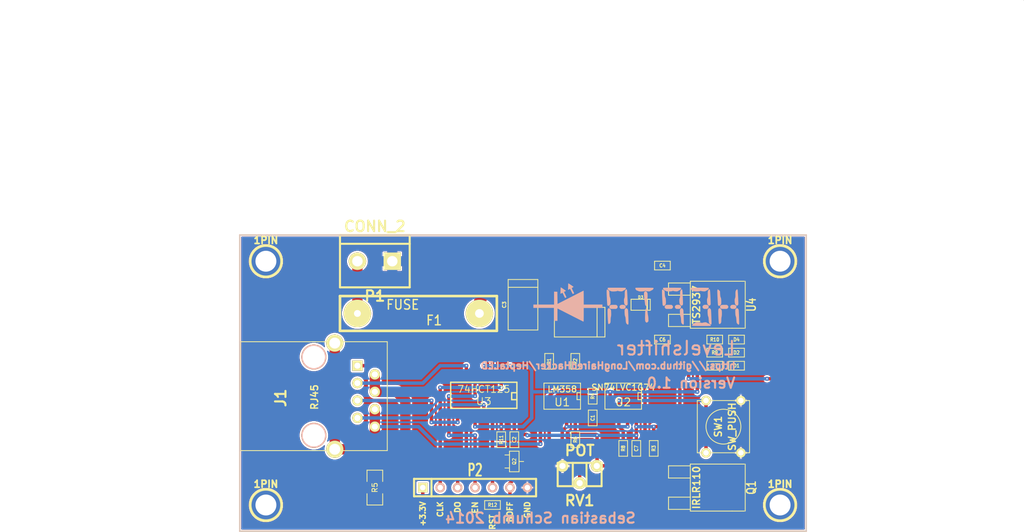
<source format=kicad_pcb>
(kicad_pcb (version 3) (host pcbnew "(2013-may-18)-stable")
  (layers (15 F.Cu signal) (0 B.Cu signal) (18 B.Paste user) (19 F.Paste user) (20 B.SilkS user) (21 F.SilkS user) (22 B.Mask user) (23 F.Mask user) (28 Edge.Cuts user))
  (net 0 "")
  (net 1 +24V)
  (net 2 +3.3V)
  (net 3 +5V)
  (net 4 3.3_Clock)
  (net 5 3.3_Data_Out)
  (net 6 3.3_Enable)
  (net 7 3.3_Reset)
  (net 8 BusOff)
  (net 9 Clock)
  (net 10 Data_Out)
  (net 11 Enable)
  (net 12 GND)
  (net 13 N-0000010)
  (net 14 N-0000011)
  (net 15 N-0000012)
  (net 16 N-0000013)
  (net 17 N-0000016)
  (net 18 N-0000018)
  (net 19 N-0000020)
  (net 20 N-0000022)
  (net 21 N-0000023)
  (net 22 N-0000024)
  (net 23 N-0000027)
  (net 24 N-0000028)
  (net 25 PowerOn)
  (net 26 Reset)
  (net 27 Sense)
  (net 28 Shutdown)
  (module trimmer_piher_pt6xh (layer F.Cu) (at 168.275 79.375)
    (fp_text reference RV1 (at 0 3.79984) (layer F.SilkS) (effects (font (size 1.524 1.524) (thickness 0.3048))))
    (fp_text value POT (at 0 -3.50012) (layer F.SilkS) (effects (font (size 1.524 1.524) (thickness 0.3048))))
    (pad 1 thru_hole circle (at 2.49936 -1.24968) (size 1.75006 1.75006) (drill 0.89916) (layers *.Cu *.Mask F.SilkS) (net 3 +5V))
    (pad 2 thru_hole circle (at 0 1.24968) (size 1.75006 1.75006) (drill 0.89916) (layers *.Cu *.Mask F.SilkS) (net 15 N-0000012))
    (pad 3 thru_hole circle (at -2.49936 -1.24968) (size 1.75006 1.75006) (drill 0.89916) (layers *.Cu *.Mask F.SilkS) (net 12 GND))
  )
  (module SW_PUSH_SMALL (layer F.Cu) (at 189.23 72.39 90)
    (fp_text reference SW1 (at 0 -0.762 90) (layer F.SilkS) (effects (font (size 1.016 1.016) (thickness 0.2032))))
    (fp_text value SW_PUSH (at 0 1.27 90) (layer F.SilkS) (effects (font (size 1.016 1.016) (thickness 0.2032))))
    (pad 1 thru_hole circle (at 3.81 -2.54 90) (size 1.397 1.397) (drill 0.8128) (layers *.Cu *.Mask F.SilkS) (net 22 N-0000024))
    (pad 2 thru_hole circle (at 3.81 2.54 90) (size 1.397 1.397) (drill 0.8128) (layers *.Cu *.Mask F.SilkS) (net 12 GND))
    (pad 1 thru_hole circle (at -3.81 -2.54 90) (size 1.397 1.397) (drill 0.8128) (layers *.Cu *.Mask F.SilkS) (net 22 N-0000024))
    (pad 2 thru_hole circle (at -3.81 2.54 90) (size 1.397 1.397) (drill 0.8128) (layers *.Cu *.Mask F.SilkS) (net 12 GND))
  )
  (module sot23 (layer F.Cu) (at 158.75 77.47 270)
    (fp_text reference Q2 (at 0 0 270) (layer F.SilkS) (effects (font (size 0.50038 0.50038) (thickness 0.09906))))
    (fp_text value NDS355 hide)
    (pad 1 smd rect (at -0.9525 1.05664 270) (size 0.59944 1.00076) (layers F.Cu F.Paste F.Mask) (net 18 N-0000018))
    (pad 2 smd rect (at 0 -1.05664 270) (size 0.59944 1.00076) (layers F.Cu F.Paste F.Mask) (net 17 N-0000016))
    (pad 3 smd rect (at 0.9525 1.05664 270) (size 0.59944 1.00076) (layers F.Cu F.Paste F.Mask) (net 12 GND))
  )
  (module sod123 (layer F.Cu) (at 177.165 54.61)
    (fp_text reference D3 (at 0 -1.09982) (layer F.SilkS) (effects (font (size 0.39878 0.39878) (thickness 0.09906))))
    (fp_text value BAT42W hide)
    (pad 2 smd rect (at 1.67386 0) (size 0.8509 0.8509) (layers F.Cu F.Paste F.Mask) (net 1 +24V))
    (pad 1 smd rect (at -1.67386 0) (size 0.8509 0.8509) (layers F.Cu F.Paste F.Mask) (net 3 +5V))
  )
  (module SO8E (layer F.Cu) (at 174.625 67.945 180)
    (fp_text reference U2 (at 0 -0.889 180) (layer F.SilkS) (effects (font (size 1.143 1.143) (thickness 0.1524))))
    (fp_text value SN74LVC1G74 (at 0 1.27 180) (layer F.SilkS) (effects (font (size 0.889 0.889) (thickness 0.1524))))
    (pad 8 smd rect (at -1.905 -2.667 180) (size 0.59944 1.39954) (layers F.Cu F.Paste F.Mask) (net 3 +5V))
    (pad 1 smd rect (at -1.905 2.667 180) (size 0.59944 1.39954) (layers F.Cu F.Paste F.Mask) (net 12 GND))
    (pad 7 smd rect (at -0.635 -2.667 180) (size 0.59944 1.39954) (layers F.Cu F.Paste F.Mask) (net 28 Shutdown))
    (pad 6 smd rect (at 0.635 -2.667 180) (size 0.59944 1.39954) (layers F.Cu F.Paste F.Mask) (net 22 N-0000024))
    (pad 5 smd rect (at 1.905 -2.667 180) (size 0.59944 1.39954) (layers F.Cu F.Paste F.Mask) (net 8 BusOff))
    (pad 2 smd rect (at -0.635 2.667 180) (size 0.59944 1.39954) (layers F.Cu F.Paste F.Mask) (net 12 GND))
    (pad 3 smd rect (at 0.635 2.667 180) (size 0.59944 1.39954) (layers F.Cu F.Paste F.Mask) (net 25 PowerOn))
    (pad 4 smd rect (at 1.905 2.667 180) (size 0.59944 1.39954) (layers F.Cu F.Paste F.Mask) (net 12 GND))
  )
  (module SO8E (layer F.Cu) (at 165.735 67.945 180)
    (fp_text reference U1 (at 0 -0.889 180) (layer F.SilkS) (effects (font (size 1.143 1.143) (thickness 0.1524))))
    (fp_text value LM358 (at 0 1.016 180) (layer F.SilkS) (effects (font (size 0.889 0.889) (thickness 0.1524))))
    (pad 8 smd rect (at -1.905 -2.667 180) (size 0.59944 1.39954) (layers F.Cu F.Paste F.Mask) (net 3 +5V))
    (pad 1 smd rect (at -1.905 2.667 180) (size 0.59944 1.39954) (layers F.Cu F.Paste F.Mask) (net 21 N-0000023))
    (pad 7 smd rect (at -0.635 -2.667 180) (size 0.59944 1.39954) (layers F.Cu F.Paste F.Mask) (net 28 Shutdown))
    (pad 6 smd rect (at 0.635 -2.667 180) (size 0.59944 1.39954) (layers F.Cu F.Paste F.Mask) (net 20 N-0000022))
    (pad 5 smd rect (at 1.905 -2.667 180) (size 0.59944 1.39954) (layers F.Cu F.Paste F.Mask) (net 15 N-0000012))
    (pad 2 smd rect (at -0.635 2.667 180) (size 0.59944 1.39954) (layers F.Cu F.Paste F.Mask) (net 16 N-0000013))
    (pad 3 smd rect (at 0.635 2.667 180) (size 0.59944 1.39954) (layers F.Cu F.Paste F.Mask) (net 27 Sense))
    (pad 4 smd rect (at 1.905 2.667 180) (size 0.59944 1.39954) (layers F.Cu F.Paste F.Mask) (net 12 GND))
  )
  (module SM1206 (layer F.Cu) (at 138.43 81.28 270)
    (fp_text reference R5 (at 0 0 270) (layer F.SilkS) (effects (font (size 0.762 0.762) (thickness 0.127))))
    (fp_text value 0.05 hide)
    (pad 1 smd rect (at -1.651 0 270) (size 1.524 2.032) (layers F.Cu F.Paste F.Mask) (net 27 Sense))
    (pad 2 smd rect (at 1.651 0 270) (size 1.524 2.032) (layers F.Cu F.Paste F.Mask) (net 12 GND))
  )
  (module SM0603 (layer F.Cu) (at 191.135 63.5)
    (fp_text reference D1 (at 0 0) (layer F.SilkS) (effects (font (size 0.508 0.4572) (thickness 0.1143))))
    (fp_text value LED hide)
    (pad 1 smd rect (at -0.762 0) (size 0.635 1.143) (layers F.Cu F.Paste F.Mask) (net 19 N-0000020))
    (pad 2 smd rect (at 0.762 0) (size 0.635 1.143) (layers F.Cu F.Paste F.Mask) (net 12 GND))
  )
  (module SM0603 (layer F.Cu) (at 174.625 75.565 270)
    (fp_text reference R8 (at 0 0 270) (layer F.SilkS) (effects (font (size 0.508 0.4572) (thickness 0.1143))))
    (fp_text value 1k hide)
    (pad 1 smd rect (at -0.762 0 270) (size 0.635 1.143) (layers F.Cu F.Paste F.Mask) (net 22 N-0000024))
    (pad 2 smd rect (at 0.762 0 270) (size 0.635 1.143) (layers F.Cu F.Paste F.Mask) (net 3 +5V))
  )
  (module SM0603 (layer F.Cu) (at 167.64 74.295 270)
    (fp_text reference R6 (at 0 0 270) (layer F.SilkS) (effects (font (size 0.508 0.4572) (thickness 0.1143))))
    (fp_text value 1k hide)
    (pad 1 smd rect (at -0.762 0 270) (size 0.635 1.143) (layers F.Cu F.Paste F.Mask) (net 3 +5V))
    (pad 2 smd rect (at 0.762 0 270) (size 0.635 1.143) (layers F.Cu F.Paste F.Mask) (net 28 Shutdown))
  )
  (module SM0603 (layer F.Cu) (at 179.07 75.565 270)
    (fp_text reference R3 (at 0 0 270) (layer F.SilkS) (effects (font (size 0.508 0.4572) (thickness 0.1143))))
    (fp_text value 1k hide)
    (pad 1 smd rect (at -0.762 0 270) (size 0.635 1.143) (layers F.Cu F.Paste F.Mask) (net 3 +5V))
    (pad 2 smd rect (at 0.762 0 270) (size 0.635 1.143) (layers F.Cu F.Paste F.Mask) (net 25 PowerOn))
  )
  (module SM0603 (layer F.Cu) (at 187.96 63.5)
    (fp_text reference R7 (at 0 0) (layer F.SilkS) (effects (font (size 0.508 0.4572) (thickness 0.1143))))
    (fp_text value 1k hide)
    (pad 1 smd rect (at -0.762 0) (size 0.635 1.143) (layers F.Cu F.Paste F.Mask) (net 8 BusOff))
    (pad 2 smd rect (at 0.762 0) (size 0.635 1.143) (layers F.Cu F.Paste F.Mask) (net 19 N-0000020))
  )
  (module SM0603 (layer F.Cu) (at 167.64 62.865 270)
    (fp_text reference R2 (at 0 0 270) (layer F.SilkS) (effects (font (size 0.508 0.4572) (thickness 0.1143))))
    (fp_text value 90k hide)
    (pad 1 smd rect (at -0.762 0 270) (size 0.635 1.143) (layers F.Cu F.Paste F.Mask) (net 16 N-0000013))
    (pad 2 smd rect (at 0.762 0 270) (size 0.635 1.143) (layers F.Cu F.Paste F.Mask) (net 21 N-0000023))
  )
  (module SM0603 (layer F.Cu) (at 158.75 74.295 270)
    (fp_text reference C2 (at 0 0 270) (layer F.SilkS) (effects (font (size 0.508 0.4572) (thickness 0.1143))))
    (fp_text value 100nf hide)
    (pad 1 smd rect (at -0.762 0 270) (size 0.635 1.143) (layers F.Cu F.Paste F.Mask) (net 3 +5V))
    (pad 2 smd rect (at 0.762 0 270) (size 0.635 1.143) (layers F.Cu F.Paste F.Mask) (net 12 GND))
  )
  (module SM0603 (layer F.Cu) (at 170.18 67.945 270)
    (fp_text reference R4 (at 0 0 270) (layer F.SilkS) (effects (font (size 0.508 0.4572) (thickness 0.1143))))
    (fp_text value 100k hide)
    (pad 1 smd rect (at -0.762 0 270) (size 0.635 1.143) (layers F.Cu F.Paste F.Mask) (net 21 N-0000023))
    (pad 2 smd rect (at 0.762 0 270) (size 0.635 1.143) (layers F.Cu F.Paste F.Mask) (net 20 N-0000022))
  )
  (module SM0603 (layer F.Cu) (at 170.18 71.12 270)
    (fp_text reference C1 (at 0 0 270) (layer F.SilkS) (effects (font (size 0.508 0.4572) (thickness 0.1143))))
    (fp_text value 100n hide)
    (pad 1 smd rect (at -0.762 0 270) (size 0.635 1.143) (layers F.Cu F.Paste F.Mask) (net 20 N-0000022))
    (pad 2 smd rect (at 0.762 0 270) (size 0.635 1.143) (layers F.Cu F.Paste F.Mask) (net 12 GND))
  )
  (module SM0603 (layer F.Cu) (at 176.53 75.565 270)
    (fp_text reference C7 (at 0 0 270) (layer F.SilkS) (effects (font (size 0.508 0.4572) (thickness 0.1143))))
    (fp_text value 100nf hide)
    (pad 1 smd rect (at -0.762 0 270) (size 0.635 1.143) (layers F.Cu F.Paste F.Mask) (net 3 +5V))
    (pad 2 smd rect (at 0.762 0 270) (size 0.635 1.143) (layers F.Cu F.Paste F.Mask) (net 12 GND))
  )
  (module SM0603 (layer F.Cu) (at 155.575 83.82)
    (fp_text reference R12 (at 0 0) (layer F.SilkS) (effects (font (size 0.508 0.4572) (thickness 0.1143))))
    (fp_text value 1k hide)
    (pad 1 smd rect (at -0.762 0) (size 0.635 1.143) (layers F.Cu F.Paste F.Mask) (net 2 +3.3V))
    (pad 2 smd rect (at 0.762 0) (size 0.635 1.143) (layers F.Cu F.Paste F.Mask) (net 17 N-0000016))
  )
  (module SM0603 (layer F.Cu) (at 156.845 74.295 270)
    (fp_text reference R11 (at 0 0 270) (layer F.SilkS) (effects (font (size 0.508 0.4572) (thickness 0.1143))))
    (fp_text value 1k hide)
    (pad 1 smd rect (at -0.762 0 270) (size 0.635 1.143) (layers F.Cu F.Paste F.Mask) (net 8 BusOff))
    (pad 2 smd rect (at 0.762 0 270) (size 0.635 1.143) (layers F.Cu F.Paste F.Mask) (net 18 N-0000018))
  )
  (module SM0603 (layer F.Cu) (at 180.34 48.895 180)
    (fp_text reference C4 (at 0 0 180) (layer F.SilkS) (effects (font (size 0.508 0.4572) (thickness 0.1143))))
    (fp_text value 100nF hide)
    (pad 1 smd rect (at -0.762 0 180) (size 0.635 1.143) (layers F.Cu F.Paste F.Mask) (net 1 +24V))
    (pad 2 smd rect (at 0.762 0 180) (size 0.635 1.143) (layers F.Cu F.Paste F.Mask) (net 12 GND))
  )
  (module SM0603 (layer F.Cu) (at 163.83 62.865 270)
    (fp_text reference R1 (at 0 0 270) (layer F.SilkS) (effects (font (size 0.508 0.4572) (thickness 0.1143))))
    (fp_text value 10k hide)
    (pad 1 smd rect (at -0.762 0 270) (size 0.635 1.143) (layers F.Cu F.Paste F.Mask) (net 16 N-0000013))
    (pad 2 smd rect (at 0.762 0 270) (size 0.635 1.143) (layers F.Cu F.Paste F.Mask) (net 12 GND))
  )
  (module SM0603 (layer F.Cu) (at 191.135 61.595)
    (fp_text reference D2 (at 0 0) (layer F.SilkS) (effects (font (size 0.508 0.4572) (thickness 0.1143))))
    (fp_text value LED hide)
    (pad 1 smd rect (at -0.762 0) (size 0.635 1.143) (layers F.Cu F.Paste F.Mask) (net 24 N-0000028))
    (pad 2 smd rect (at 0.762 0) (size 0.635 1.143) (layers F.Cu F.Paste F.Mask) (net 12 GND))
  )
  (module SM0603 (layer F.Cu) (at 187.96 61.595)
    (fp_text reference R9 (at 0 0) (layer F.SilkS) (effects (font (size 0.508 0.4572) (thickness 0.1143))))
    (fp_text value 1k hide)
    (pad 1 smd rect (at -0.762 0) (size 0.635 1.143) (layers F.Cu F.Paste F.Mask) (net 1 +24V))
    (pad 2 smd rect (at 0.762 0) (size 0.635 1.143) (layers F.Cu F.Paste F.Mask) (net 24 N-0000028))
  )
  (module SM0603 (layer F.Cu) (at 191.135 59.69)
    (fp_text reference D4 (at 0 0) (layer F.SilkS) (effects (font (size 0.508 0.4572) (thickness 0.1143))))
    (fp_text value LED hide)
    (pad 1 smd rect (at -0.762 0) (size 0.635 1.143) (layers F.Cu F.Paste F.Mask) (net 14 N-0000011))
    (pad 2 smd rect (at 0.762 0) (size 0.635 1.143) (layers F.Cu F.Paste F.Mask) (net 12 GND))
  )
  (module SM0603 (layer F.Cu) (at 187.96 59.69)
    (fp_text reference R10 (at 0 0) (layer F.SilkS) (effects (font (size 0.508 0.4572) (thickness 0.1143))))
    (fp_text value 1k hide)
    (pad 1 smd rect (at -0.762 0) (size 0.635 1.143) (layers F.Cu F.Paste F.Mask) (net 3 +5V))
    (pad 2 smd rect (at 0.762 0) (size 0.635 1.143) (layers F.Cu F.Paste F.Mask) (net 14 N-0000011))
  )
  (module SM0603 (layer F.Cu) (at 180.34 59.69 180)
    (fp_text reference C6 (at 0 0 180) (layer F.SilkS) (effects (font (size 0.508 0.4572) (thickness 0.1143))))
    (fp_text value 100nF hide)
    (pad 1 smd rect (at -0.762 0 180) (size 0.635 1.143) (layers F.Cu F.Paste F.Mask) (net 3 +5V))
    (pad 2 smd rect (at 0.762 0 180) (size 0.635 1.143) (layers F.Cu F.Paste F.Mask) (net 12 GND))
  )
  (module RJ45_MEBP_8-8G (layer F.Cu) (at 129.54 67.945 270)
    (fp_text reference J1 (at 0.254 4.826 270) (layer F.SilkS) (effects (font (size 1.524 1.524) (thickness 0.3048))))
    (fp_text value RJ45 (at 0.14224 -0.1016 270) (layer F.SilkS) (effects (font (size 1.00076 1.00076) (thickness 0.2032))))
    (pad "" np_thru_hole circle (at 5.715 0 270) (size 3.64998 3.64998) (drill 3.2512) (layers *.Cu *.SilkS *.Mask))
    (pad "" np_thru_hole circle (at -5.715 0 270) (size 3.64998 3.64998) (drill 3.2512) (layers *.Cu *.SilkS *.Mask))
    (pad 1 thru_hole rect (at -4.445 -6.35 270) (size 1.50114 1.50114) (drill 0.89916) (layers *.Cu *.Mask F.SilkS) (net 9 Clock))
    (pad 2 thru_hole circle (at -3.175 -8.89 270) (size 1.50114 1.50114) (drill 0.89916) (layers *.Cu *.Mask F.SilkS) (net 23 N-0000027))
    (pad 3 thru_hole circle (at -1.905 -6.35 270) (size 1.50114 1.50114) (drill 0.89916) (layers *.Cu *.Mask F.SilkS) (net 11 Enable))
    (pad 4 thru_hole circle (at -0.635 -8.89 270) (size 1.50114 1.50114) (drill 0.89916) (layers *.Cu *.Mask F.SilkS) (net 23 N-0000027))
    (pad 5 thru_hole circle (at 0.635 -6.35 270) (size 1.50114 1.50114) (drill 0.89916) (layers *.Cu *.Mask F.SilkS) (net 10 Data_Out))
    (pad 6 thru_hole circle (at 1.905 -8.89 270) (size 1.50114 1.50114) (drill 0.89916) (layers *.Cu *.Mask F.SilkS) (net 27 Sense))
    (pad 7 thru_hole circle (at 3.175 -6.35 270) (size 1.50114 1.50114) (drill 0.89916) (layers *.Cu *.Mask F.SilkS) (net 26 Reset))
    (pad 8 thru_hole circle (at 4.445 -8.89 270) (size 1.50114 1.50114) (drill 0.89916) (layers *.Cu *.Mask F.SilkS) (net 27 Sense))
    (pad 9 thru_hole circle (at -7.745 -3.05 270) (size 2.5 2.5) (drill 1.6) (layers *.Cu *.Mask F.SilkS) (net 27 Sense))
    (pad 10 thru_hole circle (at 7.747 -3.05 270) (size 2.5 2.5) (drill 1.6) (layers *.Cu *.Mask F.SilkS) (net 27 Sense))
  )
  (module fuse1 (layer F.Cu) (at 144.78 55.88)
    (fp_text reference F1 (at 2.286 1.016) (layer F.SilkS) (effects (font (size 1.397 1.27) (thickness 0.2032))))
    (fp_text value FUSE (at -2.286 -1.27) (layer F.SilkS) (effects (font (size 1.397 1.27) (thickness 0.2032))))
    (pad 1 thru_hole circle (at -8.89 0) (size 4.0005 4.0005) (drill 1.00076) (layers *.Cu *.Mask F.SilkS) (net 13 N-0000010))
    (pad 2 thru_hole circle (at 8.89 0) (size 4.0005 4.0005) (drill 1.27) (layers *.Cu *.Mask F.SilkS) (net 1 +24V))
  )
  (module DPAK2 (layer F.Cu) (at 182.88 54.61 270)
    (fp_text reference U4 (at 0 -10.414 270) (layer F.SilkS) (effects (font (size 1.27 1.016) (thickness 0.2032))))
    (fp_text value TS2937 (at 0 -2.413 270) (layer F.SilkS) (effects (font (size 1.016 1.016) (thickness 0.2032))))
    (pad 1 smd rect (at -2.286 0 270) (size 1.651 3.048) (layers F.Cu F.Paste F.Mask) (net 1 +24V))
    (pad 2 smd rect (at 0 -6.35 270) (size 6.096 6.096) (layers F.Cu F.Paste F.Mask) (net 12 GND))
    (pad 3 smd rect (at 2.286 0 270) (size 1.651 3.048) (layers F.Cu F.Paste F.Mask) (net 3 +5V))
  )
  (module c_tant_D (layer F.Cu) (at 168.275 57.15)
    (fp_text reference C5 (at 0 -2.7305) (layer F.SilkS) (effects (font (size 0.50038 0.50038) (thickness 0.11938))))
    (fp_text value 10uF hide)
    (pad 1 smd rect (at 2.99974 0) (size 2.55016 2.70002) (layers F.Cu F.Paste F.Mask) (net 3 +5V))
    (pad 2 smd rect (at -2.99974 0) (size 2.55016 3.79984) (layers F.Cu F.Paste F.Mask) (net 12 GND))
  )
  (module c_tant_D (layer F.Cu) (at 160.02 54.61 90)
    (fp_text reference C3 (at 0 -2.7305 90) (layer F.SilkS) (effects (font (size 0.50038 0.50038) (thickness 0.11938))))
    (fp_text value 10uF hide)
    (pad 1 smd rect (at 2.99974 0 90) (size 2.55016 2.70002) (layers F.Cu F.Paste F.Mask) (net 1 +24V))
    (pad 2 smd rect (at -2.99974 0 90) (size 2.55016 3.79984) (layers F.Cu F.Paste F.Mask) (net 12 GND))
  )
  (module bornier2 (layer F.Cu) (at 138.43 48.26 180)
    (fp_text reference P1 (at 0 -5.08 180) (layer F.SilkS) (effects (font (size 1.524 1.524) (thickness 0.3048))))
    (fp_text value CONN_2 (at 0 5.08 180) (layer F.SilkS) (effects (font (size 1.524 1.524) (thickness 0.3048))))
    (pad 1 thru_hole rect (at -2.54 0 180) (size 2.54 2.54) (drill 1.524) (layers *.Cu *.Mask F.SilkS) (net 12 GND))
    (pad 2 thru_hole circle (at 2.54 0 180) (size 2.54 2.54) (drill 1.524) (layers *.Cu *.Mask F.SilkS) (net 13 N-0000010))
  )
  (module SO14E (layer F.Cu) (at 154.305 67.945 180)
    (fp_text reference U3 (at 0 -0.762 180) (layer F.SilkS) (effects (font (size 1.016 1.143) (thickness 0.127))))
    (fp_text value 74HCT125 (at 0 1.016 180) (layer F.SilkS) (effects (font (size 1.016 1.016) (thickness 0.127))))
    (pad 1 smd rect (at -3.81 2.794 180) (size 0.508 1.143) (layers F.Cu F.Paste F.Mask) (net 8 BusOff))
    (pad 2 smd rect (at -2.54 2.794 180) (size 0.508 1.143) (layers F.Cu F.Paste F.Mask) (net 4 3.3_Clock))
    (pad 3 smd rect (at -1.27 2.794 180) (size 0.508 1.143) (layers F.Cu F.Paste F.Mask) (net 9 Clock))
    (pad 4 smd rect (at 0 2.794 180) (size 0.508 1.143) (layers F.Cu F.Paste F.Mask) (net 8 BusOff))
    (pad 5 smd rect (at 1.27 2.794 180) (size 0.508 1.143) (layers F.Cu F.Paste F.Mask) (net 6 3.3_Enable))
    (pad 6 smd rect (at 2.54 2.794 180) (size 0.508 1.143) (layers F.Cu F.Paste F.Mask) (net 11 Enable))
    (pad 7 smd rect (at 3.81 2.794 180) (size 0.508 1.143) (layers F.Cu F.Paste F.Mask) (net 12 GND))
    (pad 8 smd rect (at 3.81 -2.54 180) (size 0.508 1.143) (layers F.Cu F.Paste F.Mask) (net 10 Data_Out))
    (pad 9 smd rect (at 2.54 -2.54 180) (size 0.508 1.143) (layers F.Cu F.Paste F.Mask) (net 5 3.3_Data_Out))
    (pad 10 smd rect (at 1.27 -2.54 180) (size 0.508 1.143) (layers F.Cu F.Paste F.Mask) (net 8 BusOff))
    (pad 11 smd rect (at 0 -2.54 180) (size 0.508 1.143) (layers F.Cu F.Paste F.Mask) (net 26 Reset))
    (pad 12 smd rect (at -1.27 -2.54 180) (size 0.508 1.143) (layers F.Cu F.Paste F.Mask) (net 7 3.3_Reset))
    (pad 13 smd rect (at -2.54 -2.54 180) (size 0.508 1.143) (layers F.Cu F.Paste F.Mask) (net 8 BusOff))
    (pad 14 smd rect (at -3.81 -2.54 180) (size 0.508 1.143) (layers F.Cu F.Paste F.Mask) (net 3 +5V))
  )
  (module DPAK2 (layer F.Cu) (at 182.88 81.28 270)
    (fp_text reference Q1 (at 0 -10.414 270) (layer F.SilkS) (effects (font (size 1.27 1.016) (thickness 0.2032))))
    (fp_text value IRLR110 (at 0 -2.413 270) (layer F.SilkS) (effects (font (size 1.016 1.016) (thickness 0.2032))))
    (pad 1 smd rect (at -2.286 0 270) (size 1.651 3.048) (layers F.Cu F.Paste F.Mask) (net 25 PowerOn))
    (pad 2 smd rect (at 0 -6.35 270) (size 6.096 6.096) (layers F.Cu F.Paste F.Mask) (net 1 +24V))
    (pad 3 smd rect (at 2.286 0 270) (size 1.651 3.048) (layers F.Cu F.Paste F.Mask) (net 23 N-0000027))
  )
  (module SIL-7 (layer F.Cu) (at 153.035 81.28)
    (fp_text reference P2 (at 0 -2.54) (layer F.SilkS) (effects (font (size 1.72974 1.08712) (thickness 0.3048))))
    (fp_text value CONN_7 hide)
    (pad 1 thru_hole rect (at -7.62 0) (size 1.397 1.397) (drill 0.8128) (layers *.Cu *.Mask F.SilkS) (net 2 +3.3V))
    (pad 2 thru_hole circle (at -5.08 0) (size 1.397 1.397) (drill 0.8128) (layers *.Cu *.SilkS *.Mask) (net 4 3.3_Clock))
    (pad 3 thru_hole circle (at -2.54 0) (size 1.397 1.397) (drill 0.8128) (layers *.Cu *.SilkS *.Mask) (net 5 3.3_Data_Out))
    (pad 4 thru_hole circle (at 0 0) (size 1.397 1.397) (drill 0.8128) (layers *.Cu *.SilkS *.Mask) (net 6 3.3_Enable))
    (pad 5 thru_hole circle (at 2.54 0) (size 1.397 1.397) (drill 0.8128) (layers *.Cu *.SilkS *.Mask) (net 7 3.3_Reset))
    (pad 6 thru_hole circle (at 5.08 0) (size 1.397 1.397) (drill 0.8128) (layers *.Cu *.SilkS *.Mask) (net 17 N-0000016))
    (pad 7 thru_hole circle (at 7.62 0) (size 1.397 1.397) (drill 0.8128) (layers *.Cu *.SilkS *.Mask) (net 12 GND))
  )
  (module 1pin (layer F.Cu) (at 122.555 48.26)
    (fp_text reference 1PIN (at 0 -3.048) (layer F.SilkS) (effects (font (size 1.016 1.016) (thickness 0.254))))
    (fp_text value P*** hide)
    (pad 1 thru_hole circle (at 0 0) (size 4.5 4.5) (drill 3.048) (layers *.Cu *.Mask))
  )
  (module 1pin (layer F.Cu) (at 197.485 48.26)
    (fp_text reference 1PIN (at 0 -3.048) (layer F.SilkS) (effects (font (size 1.016 1.016) (thickness 0.254))))
    (fp_text value P*** hide)
    (pad 1 thru_hole circle (at 0 0) (size 4.5 4.5) (drill 3.048) (layers *.Cu *.Mask))
  )
  (module 1pin (layer F.Cu) (at 197.485 83.82)
    (fp_text reference 1PIN (at 0 -3.048) (layer F.SilkS) (effects (font (size 1.016 1.016) (thickness 0.254))))
    (fp_text value P*** hide)
    (pad 1 thru_hole circle (at 0 0) (size 4.5 4.5) (drill 3.048) (layers *.Cu *.Mask))
  )
  (module 1pin (layer F.Cu) (at 122.555 83.82)
    (fp_text reference 1PIN (at 0 -3.048) (layer F.SilkS) (effects (font (size 1.016 1.016) (thickness 0.254))))
    (fp_text value P*** hide)
    (pad 1 thru_hole circle (at 0 0) (size 4.5 4.5) (drill 3.048) (layers *.Cu *.Mask))
  )
  (module logo_silkbot_30_00mm (layer B.Cu) (at 176.53 54.61)
    (fp_text reference G*** hide)
    (fp_text value logo_silkbot_30_00mm hide)
  )
  (gr_text "Sebastian Schumb 2014" (at 162.56 85.725) (layer B.SilkS) (effects (font (size 1.5 1.5) (thickness 0.3)) (justify mirror)))
  (gr_text "Version 1.0" (at 191.135 66.04) (layer B.SilkS) (effects (font (size 1.5 1.5) (thickness 0.3)) (justify left mirror)))
  (gr_text Levelshifter (at 191.135 60.96) (layer B.SilkS) (effects (font (size 2 2) (thickness 0.3)) (justify left mirror)))
  (gr_text https://github.com/LongHairedHacker/HeptaLED (at 191.135 63.5) (layer B.SilkS) (effects (font (size 1 1) (thickness 0.25)) (justify left mirror)))
  (gr_line (start 118.745 87.63) (end 118.745 44.45) (angle 90) (layer B.SilkS) (width 0.2))
  (gr_line (start 201.295 87.63) (end 118.745 87.63) (angle 90) (layer B.SilkS) (width 0.2))
  (gr_line (start 201.295 44.45) (end 201.295 87.63) (angle 90) (layer B.SilkS) (width 0.2))
  (gr_line (start 118.745 44.45) (end 201.295 44.45) (angle 90) (layer B.SilkS) (width 0.2))
  (gr_line (start 118.745 44.45) (end 118.745 87.63) (angle 90) (layer F.SilkS) (width 0.2))
  (gr_line (start 201.295 44.45) (end 118.745 44.45) (angle 90) (layer F.SilkS) (width 0.2))
  (gr_line (start 201.295 87.63) (end 201.295 44.45) (angle 90) (layer F.SilkS) (width 0.2))
  (gr_line (start 118.745 87.63) (end 201.295 87.63) (angle 90) (layer F.SilkS) (width 0.2))
  (gr_text GND (at 160.655 83.185 90) (layer F.SilkS) (effects (font (size 0.8 0.8) (thickness 0.2)) (justify right)))
  (gr_text BOFF (at 158.115 83.185 90) (layer F.SilkS) (effects (font (size 0.8 0.8) (thickness 0.2)) (justify right)))
  (gr_text RST (at 155.575 85.09 90) (layer F.SilkS) (effects (font (size 0.8 0.8) (thickness 0.2)) (justify right)))
  (gr_text EN (at 153.035 83.185 90) (layer F.SilkS) (effects (font (size 0.8 0.9) (thickness 0.2)) (justify right)))
  (gr_text DO (at 150.495 83.185 90) (layer F.SilkS) (effects (font (size 0.8 0.8) (thickness 0.2)) (justify right)))
  (gr_text CLK (at 147.955 83.185 90) (layer F.SilkS) (effects (font (size 0.8 0.8) (thickness 0.2)) (justify right)))
  (gr_text +3.3V (at 145.415 83.185 90) (layer F.SilkS) (effects (font (size 0.8 0.8) (thickness 0.2)) (justify right)))
  (gr_line (start 118.745 87.63) (end 201.295 87.63) (angle 90) (layer Edge.Cuts) (width 0.1))
  (gr_line (start 118.745 44.45) (end 201.295 44.45) (angle 90) (layer Edge.Cuts) (width 0.1))
  (gr_line (start 201.295 44.45) (end 201.295 87.63) (angle 90) (layer Edge.Cuts) (width 0.1))
  (gr_line (start 201.295 87.63) (end 201.295 74.93) (angle 90) (layer Edge.Cuts) (width 0.1))
  (gr_line (start 118.745 44.45) (end 118.745 87.63) (angle 90) (layer Edge.Cuts) (width 0.1))
  (target plus (at 233.045 10.16) (size 0.005) (width 0.1) (layer Edge.Cuts))
  (target plus (at 233.045 10.16) (size 0.005) (width 0.1) (layer Edge.Cuts))
  (segment (start 181.102 48.895) (end 182.88 48.895) (width 0.5) (layer F.Cu) (net 1))
  (segment (start 160.02 51.61026) (end 156.03474 51.61026) (width 1.5) (layer F.Cu) (net 1))
  (segment (start 153.67 53.975) (end 155.575 52.07) (width 1.5) (layer F.Cu) (net 1))
  (segment (start 153.67 53.975) (end 153.67 55.88) (width 1.5) (layer F.Cu) (net 1))
  (segment (start 156.03474 51.61026) (end 155.575 52.07) (width 1.5) (layer F.Cu) (net 1))
  (via (at 184.15 65.405) (size 0.6) (drill 0.2) (layers F.Cu B.Cu) (net 1))
  (segment (start 195.58 65.405) (end 184.15 65.405) (width 0.5) (layer B.Cu) (net 1))
  (segment (start 195.58 65.405) (end 195.58 65.405) (width 0.5) (layer F.Cu) (net 1))
  (segment (start 197.485 65.405) (end 195.58 65.405) (width 0.5) (layer F.Cu) (net 1))
  (via (at 195.58 65.405) (size 0.6) (drill 0.2) (layers F.Cu B.Cu) (net 1))
  (segment (start 185.42 61.595) (end 187.198 61.595) (width 0.5) (layer F.Cu) (net 1))
  (segment (start 184.15 62.865) (end 185.42 61.595) (width 0.5) (layer F.Cu) (net 1))
  (segment (start 184.15 62.865) (end 184.15 62.865) (width 0.5) (layer F.Cu) (net 1))
  (segment (start 184.15 65.405) (end 184.15 62.865) (width 0.5) (layer F.Cu) (net 1))
  (segment (start 197.485 53.975) (end 192.405 48.895) (width 1.5) (layer F.Cu) (net 1))
  (segment (start 193.675 81.28) (end 197.485 77.47) (width 1.5) (layer F.Cu) (net 1))
  (segment (start 189.23 81.28) (end 193.675 81.28) (width 1.5) (layer F.Cu) (net 1))
  (segment (start 197.485 53.975) (end 197.485 65.405) (width 1.5) (layer F.Cu) (net 1))
  (segment (start 197.485 65.405) (end 197.485 77.47) (width 1.5) (layer F.Cu) (net 1))
  (segment (start 182.88 50.165) (end 182.88 49.53) (width 1.5) (layer F.Cu) (net 1))
  (segment (start 182.88 49.53) (end 182.88 48.895) (width 1.5) (layer F.Cu) (net 1))
  (segment (start 182.88 50.165) (end 182.88 52.324) (width 1.5) (layer F.Cu) (net 1))
  (segment (start 192.405 48.895) (end 182.88 48.895) (width 1.5) (layer F.Cu) (net 1))
  (segment (start 178.83886 52.324) (end 178.12512 51.61026) (width 1.5) (layer F.Cu) (net 1))
  (segment (start 178.12512 51.61026) (end 160.02 51.61026) (width 1.5) (layer F.Cu) (net 1))
  (segment (start 178.83886 54.61) (end 178.83886 52.324) (width 0.5) (layer F.Cu) (net 1))
  (segment (start 179.07 52.705) (end 179.07 52.324) (width 0.5) (layer F.Cu) (net 1))
  (segment (start 179.07 52.55514) (end 179.07 52.705) (width 0.5) (layer F.Cu) (net 1))
  (segment (start 178.83886 52.324) (end 179.07 52.55514) (width 0.5) (layer F.Cu) (net 1))
  (segment (start 179.07 52.324) (end 182.88 52.324) (width 1.5) (layer F.Cu) (net 1))
  (segment (start 145.415 81.28) (end 145.415 83.185) (width 0.5) (layer F.Cu) (net 2))
  (segment (start 146.05 83.82) (end 145.415 83.185) (width 0.5) (layer F.Cu) (net 2))
  (segment (start 146.05 83.82) (end 154.813 83.82) (width 0.5) (layer F.Cu) (net 2))
  (segment (start 170.815 73.66) (end 160.655 73.66) (width 0.5) (layer B.Cu) (net 3))
  (segment (start 160.655 73.66) (end 160.528 73.533) (width 0.5) (layer F.Cu) (net 3))
  (segment (start 160.528 73.533) (end 158.75 73.533) (width 0.5) (layer F.Cu) (net 3))
  (via (at 160.655 73.66) (size 0.6) (drill 0.2) (layers F.Cu B.Cu) (net 3))
  (segment (start 174.625 76.327) (end 174.625 77.47) (width 0.5) (layer F.Cu) (net 3))
  (segment (start 170.79468 78.105) (end 173.99 78.105) (width 0.5) (layer F.Cu) (net 3))
  (segment (start 173.99 78.105) (end 174.625 77.47) (width 0.5) (layer F.Cu) (net 3))
  (segment (start 170.79468 78.105) (end 170.77436 78.12532) (width 0.5) (layer F.Cu) (net 3))
  (via (at 176.53 73.66) (size 0.6) (drill 0.2) (layers F.Cu B.Cu) (net 3))
  (via (at 170.815 73.66) (size 0.6) (drill 0.2) (layers F.Cu B.Cu) (net 3))
  (segment (start 170.815 73.66) (end 176.53 73.66) (width 0.5) (layer B.Cu) (net 3))
  (segment (start 176.53 74.803) (end 176.53 73.66) (width 0.5) (layer F.Cu) (net 3))
  (segment (start 176.53 73.66) (end 176.53 72.39) (width 0.5) (layer F.Cu) (net 3))
  (segment (start 170.815 73.66) (end 170.688 73.533) (width 0.5) (layer F.Cu) (net 3))
  (segment (start 170.815 78.08468) (end 170.815 74.295) (width 0.5) (layer F.Cu) (net 3))
  (segment (start 170.815 74.295) (end 170.815 73.66) (width 0.5) (layer F.Cu) (net 3))
  (segment (start 170.77436 78.12532) (end 170.815 78.08468) (width 0.5) (layer F.Cu) (net 3))
  (segment (start 170.688 73.533) (end 167.64 73.533) (width 0.5) (layer F.Cu) (net 3))
  (segment (start 158.115 70.485) (end 158.115 71.12) (width 0.5) (layer F.Cu) (net 3))
  (segment (start 158.75 71.755) (end 158.75 73.533) (width 0.5) (layer F.Cu) (net 3))
  (segment (start 158.115 71.12) (end 158.75 71.755) (width 0.5) (layer F.Cu) (net 3))
  (segment (start 182.88 59.69) (end 187.198 59.69) (width 0.5) (layer F.Cu) (net 3))
  (segment (start 179.07 72.39) (end 182.245 72.39) (width 0.5) (layer F.Cu) (net 3))
  (segment (start 182.245 72.39) (end 182.88 71.755) (width 0.5) (layer F.Cu) (net 3))
  (via (at 179.07 72.39) (size 0.6) (drill 0.2) (layers F.Cu B.Cu) (net 3))
  (via (at 176.53 72.39) (size 0.6) (drill 0.2) (layers F.Cu B.Cu) (net 3))
  (segment (start 176.53 72.39) (end 179.07 72.39) (width 0.5) (layer B.Cu) (net 3))
  (segment (start 179.07 72.39) (end 179.07 74.803) (width 0.5) (layer F.Cu) (net 3))
  (segment (start 182.88 71.755) (end 182.88 71.755) (width 0.5) (layer F.Cu) (net 3))
  (segment (start 182.88 71.755) (end 182.88 59.69) (width 0.5) (layer F.Cu) (net 3))
  (segment (start 181.102 59.69) (end 182.88 59.69) (width 0.5) (layer F.Cu) (net 3))
  (segment (start 182.88 56.896) (end 182.88 59.69) (width 0.5) (layer F.Cu) (net 3))
  (segment (start 175.49114 54.61) (end 175.49114 57.15) (width 0.5) (layer F.Cu) (net 3))
  (segment (start 175.49114 57.15) (end 175.26 57.15) (width 0.5) (layer F.Cu) (net 3))
  (segment (start 182.88 56.896) (end 178.054 56.896) (width 1.5) (layer F.Cu) (net 3))
  (segment (start 177.8 57.15) (end 175.26 57.15) (width 1.5) (layer F.Cu) (net 3))
  (segment (start 175.26 57.15) (end 171.27474 57.15) (width 1.5) (layer F.Cu) (net 3))
  (segment (start 178.054 56.896) (end 177.8 57.15) (width 1.5) (layer F.Cu) (net 3))
  (segment (start 167.64 73.533) (end 167.64 72.39) (width 0.5) (layer F.Cu) (net 3))
  (segment (start 167.64 72.39) (end 167.64 70.612) (width 0.5) (layer F.Cu) (net 3))
  (segment (start 176.53 70.612) (end 176.53 72.39) (width 0.5) (layer F.Cu) (net 3))
  (via (at 156.845 66.675) (size 0.6) (drill 0.2) (layers F.Cu B.Cu) (net 4))
  (segment (start 147.955 66.675) (end 156.845 66.675) (width 0.5) (layer B.Cu) (net 4))
  (segment (start 147.955 81.28) (end 147.955 66.675) (width 0.5) (layer F.Cu) (net 4))
  (via (at 147.955 66.675) (size 0.6) (drill 0.2) (layers F.Cu B.Cu) (net 4))
  (segment (start 156.845 66.675) (end 156.845 65.151) (width 0.5) (layer F.Cu) (net 4))
  (segment (start 151.765 70.485) (end 151.765 78.105) (width 0.5) (layer F.Cu) (net 5))
  (segment (start 150.495 79.375) (end 150.495 81.28) (width 0.5) (layer F.Cu) (net 5))
  (segment (start 151.765 78.105) (end 150.495 79.375) (width 0.5) (layer F.Cu) (net 5))
  (via (at 153.035 67.945) (size 0.6) (drill 0.2) (layers F.Cu B.Cu) (net 6))
  (segment (start 149.225 67.945) (end 153.035 67.945) (width 0.5) (layer B.Cu) (net 6))
  (via (at 149.225 73.66) (size 0.6) (drill 0.2) (layers F.Cu B.Cu) (net 6))
  (segment (start 153.035 73.66) (end 149.225 73.66) (width 0.5) (layer B.Cu) (net 6))
  (segment (start 153.035 81.28) (end 153.035 73.66) (width 0.5) (layer F.Cu) (net 6))
  (via (at 153.035 73.66) (size 0.6) (drill 0.2) (layers F.Cu B.Cu) (net 6))
  (segment (start 149.225 73.66) (end 149.225 67.945) (width 0.5) (layer F.Cu) (net 6))
  (via (at 149.225 67.945) (size 0.6) (drill 0.2) (layers F.Cu B.Cu) (net 6))
  (segment (start 153.035 67.945) (end 153.035 65.151) (width 0.5) (layer F.Cu) (net 6))
  (segment (start 155.575 81.28) (end 155.575 70.485) (width 0.5) (layer F.Cu) (net 7))
  (segment (start 172.72 67.31) (end 161.925 67.31) (width 0.5) (layer B.Cu) (net 8))
  (segment (start 161.925 67.31) (end 161.29 67.31) (width 0.5) (layer B.Cu) (net 8))
  (segment (start 156.845 72.39) (end 156.845 73.533) (width 0.5) (layer F.Cu) (net 8))
  (via (at 185.42 67.31) (size 0.6) (drill 0.2) (layers F.Cu B.Cu) (net 8))
  (segment (start 176.53 67.31) (end 184.15 67.31) (width 0.5) (layer B.Cu) (net 8))
  (segment (start 173.99 67.31) (end 176.53 67.31) (width 0.5) (layer B.Cu) (net 8))
  (segment (start 172.72 67.31) (end 173.99 67.31) (width 0.5) (layer B.Cu) (net 8))
  (segment (start 184.785 67.31) (end 185.42 67.31) (width 0.5) (layer B.Cu) (net 8))
  (segment (start 184.15 67.31) (end 184.785 67.31) (width 0.5) (layer B.Cu) (net 8))
  (segment (start 185.42 64.135) (end 185.42 67.31) (width 0.5) (layer F.Cu) (net 8))
  (segment (start 185.42 64.135) (end 186.055 63.5) (width 0.5) (layer F.Cu) (net 8))
  (segment (start 186.055 63.5) (end 187.198 63.5) (width 0.5) (layer F.Cu) (net 8))
  (via (at 153.035 72.39) (size 0.6) (drill 0.2) (layers F.Cu B.Cu) (net 8))
  (segment (start 156.845 72.39) (end 153.035 72.39) (width 0.5) (layer B.Cu) (net 8))
  (segment (start 153.035 72.39) (end 153.035 70.485) (width 0.5) (layer F.Cu) (net 8))
  (segment (start 161.29 67.31) (end 161.29 64.135) (width 0.5) (layer B.Cu) (net 8))
  (segment (start 160.02 63.5) (end 158.115 63.5) (width 0.5) (layer B.Cu) (net 8))
  (segment (start 160.655 63.5) (end 161.29 64.135) (width 0.5) (layer B.Cu) (net 8))
  (segment (start 160.02 63.5) (end 160.655 63.5) (width 0.5) (layer B.Cu) (net 8))
  (segment (start 161.29 71.12) (end 161.29 67.31) (width 0.5) (layer B.Cu) (net 8))
  (segment (start 161.29 71.12) (end 160.02 72.39) (width 0.5) (layer B.Cu) (net 8))
  (segment (start 160.02 72.39) (end 156.845 72.39) (width 0.5) (layer B.Cu) (net 8))
  (via (at 156.845 72.39) (size 0.6) (drill 0.2) (layers F.Cu B.Cu) (net 8))
  (via (at 154.305 63.5) (size 0.6) (drill 0.2) (layers F.Cu B.Cu) (net 8))
  (segment (start 154.305 63.5) (end 158.115 63.5) (width 0.5) (layer B.Cu) (net 8))
  (segment (start 154.305 65.151) (end 154.305 63.5) (width 0.5) (layer F.Cu) (net 8))
  (segment (start 158.115 63.5) (end 158.115 65.151) (width 0.5) (layer F.Cu) (net 8))
  (via (at 158.115 63.5) (size 0.6) (drill 0.2) (layers F.Cu B.Cu) (net 8))
  (segment (start 172.72 70.612) (end 172.72 67.31) (width 0.5) (layer F.Cu) (net 8))
  (via (at 172.72 67.31) (size 0.6) (drill 0.2) (layers F.Cu B.Cu) (net 8))
  (segment (start 156.845 72.39) (end 156.845 70.485) (width 0.5) (layer F.Cu) (net 8))
  (segment (start 135.89 63.5) (end 139.065 63.5) (width 0.5) (layer F.Cu) (net 9))
  (segment (start 147.32 62.23) (end 154.94 62.23) (width 0.5) (layer F.Cu) (net 9))
  (segment (start 144.78 64.77) (end 147.32 62.23) (width 0.5) (layer F.Cu) (net 9))
  (segment (start 140.97 64.77) (end 144.78 64.77) (width 0.5) (layer F.Cu) (net 9))
  (segment (start 154.94 62.23) (end 155.575 62.865) (width 0.5) (layer F.Cu) (net 9))
  (segment (start 155.575 62.865) (end 155.575 65.151) (width 0.5) (layer F.Cu) (net 9))
  (segment (start 139.7 63.5) (end 140.97 64.77) (width 0.5) (layer F.Cu) (net 9))
  (segment (start 139.065 63.5) (end 139.7 63.5) (width 0.5) (layer F.Cu) (net 9))
  (segment (start 135.89 68.58) (end 146.685 68.58) (width 0.5) (layer B.Cu) (net 10))
  (segment (start 150.495 71.755) (end 150.495 70.485) (width 0.5) (layer F.Cu) (net 10))
  (via (at 146.685 71.755) (size 0.6) (drill 0.2) (layers F.Cu B.Cu) (net 10))
  (segment (start 146.685 68.58) (end 146.685 71.755) (width 0.5) (layer F.Cu) (net 10))
  (via (at 146.685 68.58) (size 0.6) (drill 0.2) (layers F.Cu B.Cu) (net 10))
  (segment (start 146.685 71.755) (end 150.495 71.755) (width 0.5) (layer B.Cu) (net 10))
  (via (at 150.495 71.755) (size 0.6) (drill 0.2) (layers F.Cu B.Cu) (net 10))
  (via (at 151.765 63.5) (size 0.6) (drill 0.2) (layers F.Cu B.Cu) (net 11))
  (segment (start 151.765 65.151) (end 151.765 63.5) (width 0.5) (layer F.Cu) (net 11))
  (segment (start 145.415 66.04) (end 147.955 63.5) (width 0.5) (layer B.Cu) (net 11))
  (segment (start 147.955 63.5) (end 151.765 63.5) (width 0.5) (layer B.Cu) (net 11))
  (segment (start 141.605 66.04) (end 135.89 66.04) (width 0.5) (layer B.Cu) (net 11))
  (segment (start 141.605 66.04) (end 145.415 66.04) (width 0.5) (layer B.Cu) (net 11))
  (segment (start 163.83 65.278) (end 163.83 63.627) (width 0.5) (layer F.Cu) (net 12))
  (segment (start 135.89 48.26) (end 135.89 55.88) (width 1.5) (layer F.Cu) (net 13))
  (segment (start 188.722 59.69) (end 190.373 59.69) (width 0.5) (layer F.Cu) (net 14))
  (segment (start 168.275 80.62468) (end 168.275 77.47) (width 0.5) (layer F.Cu) (net 15))
  (segment (start 163.83 74.295) (end 165.735 76.2) (width 0.5) (layer F.Cu) (net 15))
  (segment (start 165.735 76.2) (end 167.005 76.2) (width 0.5) (layer F.Cu) (net 15))
  (segment (start 167.005 76.2) (end 168.275 77.47) (width 0.5) (layer F.Cu) (net 15))
  (segment (start 163.83 74.295) (end 163.83 70.612) (width 0.5) (layer F.Cu) (net 15))
  (segment (start 166.37 65.278) (end 166.37 63.5) (width 0.5) (layer F.Cu) (net 16))
  (segment (start 165.735 62.865) (end 165.735 62.103) (width 0.5) (layer F.Cu) (net 16))
  (segment (start 166.37 63.5) (end 165.735 62.865) (width 0.5) (layer F.Cu) (net 16))
  (segment (start 163.83 62.103) (end 165.735 62.103) (width 0.5) (layer F.Cu) (net 16))
  (segment (start 165.735 62.103) (end 167.64 62.103) (width 0.5) (layer F.Cu) (net 16))
  (segment (start 159.80664 77.47) (end 159.80664 78.95336) (width 0.5) (layer F.Cu) (net 17))
  (segment (start 158.115 80.645) (end 159.385 79.375) (width 0.5) (layer F.Cu) (net 17))
  (segment (start 158.115 80.645) (end 158.115 81.28) (width 0.5) (layer F.Cu) (net 17))
  (segment (start 159.80664 78.95336) (end 159.385 79.375) (width 0.5) (layer F.Cu) (net 17))
  (segment (start 158.115 81.28) (end 158.115 83.185) (width 0.5) (layer F.Cu) (net 17))
  (segment (start 158.115 83.82) (end 156.337 83.82) (width 0.5) (layer F.Cu) (net 17))
  (segment (start 158.115 83.185) (end 158.115 83.82) (width 0.5) (layer F.Cu) (net 17))
  (segment (start 157.69336 76.5175) (end 157.1625 76.5175) (width 0.5) (layer F.Cu) (net 18))
  (segment (start 156.845 76.2) (end 156.845 75.057) (width 0.5) (layer F.Cu) (net 18))
  (segment (start 157.1625 76.5175) (end 156.845 76.2) (width 0.5) (layer F.Cu) (net 18))
  (segment (start 188.722 63.5) (end 190.373 63.5) (width 0.5) (layer F.Cu) (net 19))
  (segment (start 170.18 68.707) (end 165.608 68.707) (width 0.5) (layer F.Cu) (net 20))
  (segment (start 165.1 69.215) (end 165.1 70.612) (width 0.5) (layer F.Cu) (net 20))
  (segment (start 165.608 68.707) (end 165.1 69.215) (width 0.5) (layer F.Cu) (net 20))
  (segment (start 170.18 68.707) (end 170.18 70.358) (width 0.5) (layer F.Cu) (net 20))
  (segment (start 167.64 63.627) (end 169.672 63.627) (width 0.5) (layer F.Cu) (net 21))
  (segment (start 170.18 64.135) (end 170.18 67.183) (width 0.5) (layer F.Cu) (net 21))
  (segment (start 169.672 63.627) (end 170.18 64.135) (width 0.5) (layer F.Cu) (net 21))
  (segment (start 167.64 65.278) (end 167.64 63.627) (width 0.5) (layer F.Cu) (net 21))
  (segment (start 186.69 68.58) (end 186.69 76.2) (width 0.5) (layer F.Cu) (net 22))
  (segment (start 174.625 74.803) (end 174.625 73.025) (width 0.5) (layer F.Cu) (net 22))
  (segment (start 173.99 72.39) (end 174.625 73.025) (width 0.5) (layer F.Cu) (net 22))
  (segment (start 173.99 72.39) (end 173.99 70.612) (width 0.5) (layer F.Cu) (net 22))
  (segment (start 173.99 70.612) (end 173.99 68.58) (width 0.5) (layer F.Cu) (net 22))
  (segment (start 173.99 68.58) (end 186.69 68.58) (width 0.5) (layer B.Cu) (net 22))
  (via (at 173.99 68.58) (size 0.6) (drill 0.2) (layers F.Cu B.Cu) (net 22))
  (segment (start 144.145 85.725) (end 174.625 85.725) (width 1.5) (layer F.Cu) (net 23))
  (segment (start 182.88 83.566) (end 176.784 83.566) (width 1.5) (layer F.Cu) (net 23))
  (segment (start 176.53 83.82) (end 174.625 85.725) (width 1.5) (layer F.Cu) (net 23))
  (segment (start 176.53 83.82) (end 176.784 83.566) (width 1.5) (layer F.Cu) (net 23))
  (segment (start 142.24 67.945) (end 142.875 68.58) (width 1.5) (layer F.Cu) (net 23))
  (segment (start 141.605 67.31) (end 142.24 67.945) (width 1.5) (layer F.Cu) (net 23))
  (segment (start 141.605 67.31) (end 138.43 67.31) (width 1.5) (layer F.Cu) (net 23))
  (segment (start 142.875 84.455) (end 144.145 85.725) (width 1.5) (layer F.Cu) (net 23))
  (segment (start 142.875 68.58) (end 142.875 84.455) (width 1.5) (layer F.Cu) (net 23))
  (segment (start 138.43 64.77) (end 138.43 67.31) (width 1.5) (layer F.Cu) (net 23))
  (segment (start 182.88 83.566) (end 182.626 83.82) (width 0.5) (layer F.Cu) (net 23))
  (segment (start 188.722 61.595) (end 190.373 61.595) (width 0.5) (layer F.Cu) (net 24))
  (segment (start 178.435 78.74) (end 178.689 78.994) (width 0.5) (layer F.Cu) (net 25))
  (segment (start 177.8 78.105) (end 178.435 78.74) (width 0.5) (layer F.Cu) (net 25))
  (segment (start 177.8 76.2) (end 177.8 78.105) (width 0.5) (layer F.Cu) (net 25))
  (segment (start 178.689 78.994) (end 182.88 78.994) (width 0.5) (layer F.Cu) (net 25))
  (segment (start 177.8 76.2) (end 177.927 76.327) (width 0.5) (layer F.Cu) (net 25))
  (segment (start 177.8 74.93) (end 177.8 76.2) (width 0.5) (layer F.Cu) (net 25))
  (segment (start 177.927 76.327) (end 179.07 76.327) (width 0.5) (layer F.Cu) (net 25))
  (segment (start 177.8 74.93) (end 177.8 64.135) (width 0.5) (layer F.Cu) (net 25))
  (segment (start 177.165 63.5) (end 177.8 64.135) (width 0.5) (layer F.Cu) (net 25))
  (segment (start 177.8 74.93) (end 177.8 74.93) (width 0.5) (layer F.Cu) (net 25))
  (segment (start 173.99 65.278) (end 173.99 64.135) (width 0.5) (layer F.Cu) (net 25))
  (segment (start 177.165 63.5) (end 177.165 63.5) (width 0.5) (layer F.Cu) (net 25))
  (segment (start 174.625 63.5) (end 177.165 63.5) (width 0.5) (layer F.Cu) (net 25))
  (segment (start 173.99 64.135) (end 174.625 63.5) (width 0.5) (layer F.Cu) (net 25))
  (segment (start 135.89 71.12) (end 144.78 71.12) (width 0.5) (layer B.Cu) (net 26))
  (segment (start 146.05 71.12) (end 144.78 71.12) (width 0.5) (layer B.Cu) (net 26))
  (segment (start 154.305 69.215) (end 147.955 69.215) (width 0.5) (layer B.Cu) (net 26))
  (segment (start 154.305 69.215) (end 154.305 70.485) (width 0.5) (layer F.Cu) (net 26))
  (via (at 154.305 69.215) (size 0.6) (drill 0.2) (layers F.Cu B.Cu) (net 26))
  (segment (start 147.955 69.215) (end 147.32 69.85) (width 0.5) (layer B.Cu) (net 26))
  (segment (start 147.32 69.85) (end 146.05 71.12) (width 0.5) (layer B.Cu) (net 26))
  (segment (start 132.59 75.692) (end 138.43 75.692) (width 1.5) (layer F.Cu) (net 27))
  (segment (start 138.43 75.692) (end 138.43 75.565) (width 1.5) (layer F.Cu) (net 27))
  (segment (start 132.59 60.2) (end 132.59 75.692) (width 1.5) (layer F.Cu) (net 27))
  (segment (start 147.32 74.93) (end 160.02 74.93) (width 0.5) (layer B.Cu) (net 27))
  (segment (start 144.78 72.39) (end 147.32 74.93) (width 0.5) (layer B.Cu) (net 27))
  (segment (start 144.78 72.39) (end 138.43 72.39) (width 0.5) (layer B.Cu) (net 27))
  (segment (start 162.56 69.215) (end 162.56 74.93) (width 0.5) (layer F.Cu) (net 27))
  (segment (start 160.02 74.93) (end 162.56 74.93) (width 0.5) (layer B.Cu) (net 27))
  (segment (start 164.465 67.31) (end 162.56 69.215) (width 0.5) (layer F.Cu) (net 27))
  (segment (start 165.1 66.675) (end 164.465 67.31) (width 0.5) (layer F.Cu) (net 27))
  (segment (start 165.1 65.278) (end 165.1 66.675) (width 0.5) (layer F.Cu) (net 27))
  (via (at 162.56 74.93) (size 0.6) (drill 0.2) (layers F.Cu B.Cu) (net 27))
  (segment (start 138.43 72.39) (end 138.43 75.565) (width 1.5) (layer F.Cu) (net 27))
  (segment (start 138.43 75.565) (end 138.43 79.629) (width 1.5) (layer F.Cu) (net 27))
  (segment (start 138.43 69.85) (end 138.43 72.39) (width 1.5) (layer F.Cu) (net 27))
  (via (at 166.37 72.39) (size 0.6) (drill 0.2) (layers F.Cu B.Cu) (net 28))
  (via (at 175.26 72.39) (size 0.6) (drill 0.2) (layers F.Cu B.Cu) (net 28))
  (segment (start 175.26 72.39) (end 166.37 72.39) (width 0.5) (layer B.Cu) (net 28))
  (segment (start 175.26 70.612) (end 175.26 72.39) (width 0.5) (layer F.Cu) (net 28))
  (segment (start 175.26 72.39) (end 175.26 72.39) (width 0.5) (layer F.Cu) (net 28))
  (segment (start 167.64 75.057) (end 166.497 75.057) (width 0.5) (layer F.Cu) (net 28))
  (segment (start 166.497 75.057) (end 166.37 74.93) (width 0.5) (layer F.Cu) (net 28))
  (segment (start 166.37 72.39) (end 166.37 70.612) (width 0.5) (layer F.Cu) (net 28))
  (segment (start 165.735 74.295) (end 166.37 74.93) (width 0.5) (layer F.Cu) (net 28))
  (segment (start 165.735 73.025) (end 165.735 74.295) (width 0.5) (layer F.Cu) (net 28))
  (segment (start 166.37 72.39) (end 165.735 73.025) (width 0.5) (layer F.Cu) (net 28))
  (zone (net 12) (net_name GND) (layer B.Cu) (connect_pads (clearance 0.17018)) (min_thickness 0.17) (fill (arc_segments 32) (thermal_gap 0.17) (thermal_bridge_width 2))
    (polygon (pts (xy 118.745 44.45) (xy 118.745 87.63) (xy 201.295 87.63) (xy 201.295 44.45)))
  )
  (zone (net 12) (net_name GND) (layer F.Cu) (connect_pads (clearance 0.17)) (min_thickness 0.17) (fill (arc_segments 32) (thermal_gap 0.17) (thermal_bridge_width 2))
    (polygon (pts (xy 118.745 44.45) (xy 201.295 44.45) (xy 201.295 87.63) (xy 118.745 87.63)))
  )
)
</source>
